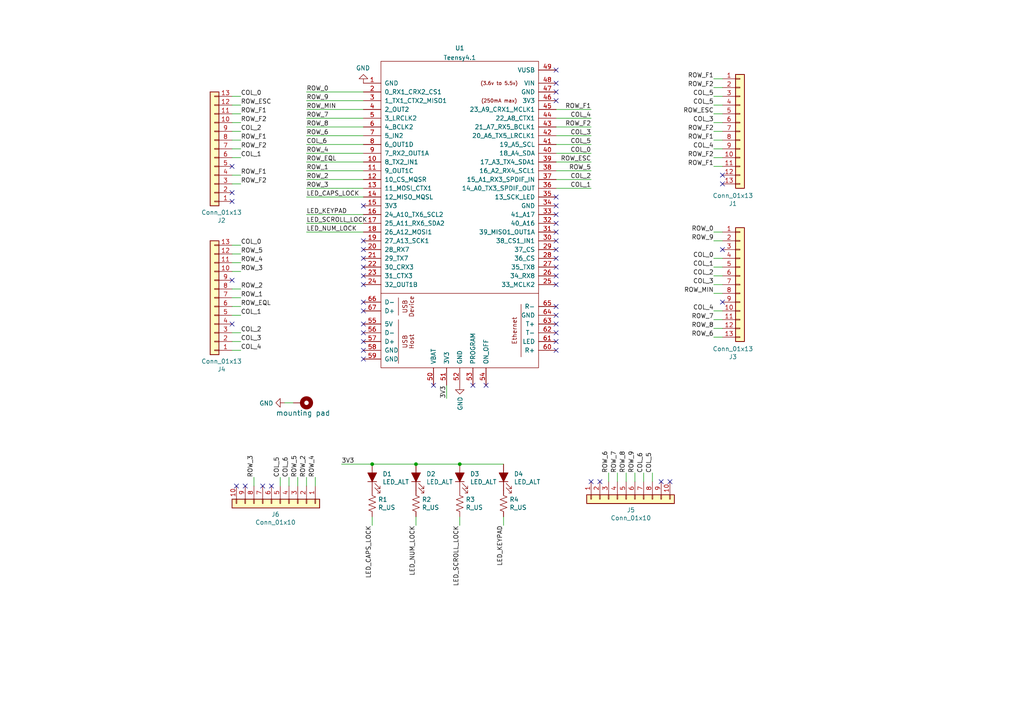
<source format=kicad_sch>
(kicad_sch (version 20211123) (generator eeschema)
  (paper "A4")
  (lib_symbols
    (symbol "Mechanical:MountingHole_Pad" (pin_numbers hide) (pin_names (offset 1.016) hide)
      (property "Reference" "H" (at 0 6.35 0))
      (property "Value" "MountingHole_Pad" (at 0 4.445 0))
      (symbol "MountingHole_Pad_0_1"
        (circle (center 0 1.27) (radius 1.27) (stroke (width 1.27)))
      )
      (symbol "MountingHole_Pad_1_1"
        (pin input line (at 0 -2.54 90) (length 2.54) (name "1") (number "1"))
      )
    )
    (symbol "kicad_port-rescue:Conn_01x10-Connector_Generic" (pin_names (offset 1.016) hide)
      (property "Reference" "J" (at 0 12.7 0))
      (property "Value" "kicad_port-rescue_Conn_01x10-Connector_Generic" (at 0 -15.24 0))
      (symbol "Conn_01x10-Connector_Generic_1_1"
        (rectangle (start -1.27 -12.573) (end 0 -12.827) (stroke (width 0.1524)))
        (rectangle (start -1.27 -10.033) (end 0 -10.287) (stroke (width 0.1524)))
        (rectangle (start -1.27 -7.493) (end 0 -7.747) (stroke (width 0.1524)))
        (rectangle (start -1.27 -4.953) (end 0 -5.207) (stroke (width 0.1524)))
        (rectangle (start -1.27 -2.413) (end 0 -2.667) (stroke (width 0.1524)))
        (rectangle (start -1.27 0.127) (end 0 -0.127) (stroke (width 0.1524)))
        (rectangle (start -1.27 2.667) (end 0 2.413) (stroke (width 0.1524)))
        (rectangle (start -1.27 5.207) (end 0 4.953) (stroke (width 0.1524)))
        (rectangle (start -1.27 7.747) (end 0 7.493) (stroke (width 0.1524)))
        (rectangle (start -1.27 10.287) (end 0 10.033) (stroke (width 0.1524)))
        (rectangle (start -1.27 11.43) (end 1.27 -13.97) (stroke (width 0.254)) (fill (type background)))
        (pin passive line (at -5.08 10.16 0) (length 3.81) (name "Pin_1") (number "1"))
        (pin passive line (at -5.08 -12.7 0) (length 3.81) (name "Pin_10") (number "10"))
        (pin passive line (at -5.08 7.62 0) (length 3.81) (name "Pin_2") (number "2"))
        (pin passive line (at -5.08 5.08 0) (length 3.81) (name "Pin_3") (number "3"))
        (pin passive line (at -5.08 2.54 0) (length 3.81) (name "Pin_4") (number "4"))
        (pin passive line (at -5.08 0 0) (length 3.81) (name "Pin_5") (number "5"))
        (pin passive line (at -5.08 -2.54 0) (length 3.81) (name "Pin_6") (number "6"))
        (pin passive line (at -5.08 -5.08 0) (length 3.81) (name "Pin_7") (number "7"))
        (pin passive line (at -5.08 -7.62 0) (length 3.81) (name "Pin_8") (number "8"))
        (pin passive line (at -5.08 -10.16 0) (length 3.81) (name "Pin_9") (number "9"))
      )
    )
    (symbol "kicad_port-rescue:Conn_01x13-Connector_Generic" (pin_names (offset 1.016) hide)
      (property "Reference" "J" (at 0 17.78 0))
      (property "Value" "kicad_port-rescue_Conn_01x13-Connector_Generic" (at 0 -17.78 0))
      (symbol "Conn_01x13-Connector_Generic_1_1"
        (rectangle (start -1.27 -15.113) (end 0 -15.367) (stroke (width 0.1524)))
        (rectangle (start -1.27 -12.573) (end 0 -12.827) (stroke (width 0.1524)))
        (rectangle (start -1.27 -10.033) (end 0 -10.287) (stroke (width 0.1524)))
        (rectangle (start -1.27 -7.493) (end 0 -7.747) (stroke (width 0.1524)))
        (rectangle (start -1.27 -4.953) (end 0 -5.207) (stroke (width 0.1524)))
        (rectangle (start -1.27 -2.413) (end 0 -2.667) (stroke (width 0.1524)))
        (rectangle (start -1.27 0.127) (end 0 -0.127) (stroke (width 0.1524)))
        (rectangle (start -1.27 2.667) (end 0 2.413) (stroke (width 0.1524)))
        (rectangle (start -1.27 5.207) (end 0 4.953) (stroke (width 0.1524)))
        (rectangle (start -1.27 7.747) (end 0 7.493) (stroke (width 0.1524)))
        (rectangle (start -1.27 10.287) (end 0 10.033) (stroke (width 0.1524)))
        (rectangle (start -1.27 12.827) (end 0 12.573) (stroke (width 0.1524)))
        (rectangle (start -1.27 15.367) (end 0 15.113) (stroke (width 0.1524)))
        (rectangle (start -1.27 16.51) (end 1.27 -16.51) (stroke (width 0.254)) (fill (type background)))
        (pin passive line (at -5.08 15.24 0) (length 3.81) (name "Pin_1") (number "1"))
        (pin passive line (at -5.08 -7.62 0) (length 3.81) (name "Pin_10") (number "10"))
        (pin passive line (at -5.08 -10.16 0) (length 3.81) (name "Pin_11") (number "11"))
        (pin passive line (at -5.08 -12.7 0) (length 3.81) (name "Pin_12") (number "12"))
        (pin passive line (at -5.08 -15.24 0) (length 3.81) (name "Pin_13") (number "13"))
        (pin passive line (at -5.08 12.7 0) (length 3.81) (name "Pin_2") (number "2"))
        (pin passive line (at -5.08 10.16 0) (length 3.81) (name "Pin_3") (number "3"))
        (pin passive line (at -5.08 7.62 0) (length 3.81) (name "Pin_4") (number "4"))
        (pin passive line (at -5.08 5.08 0) (length 3.81) (name "Pin_5") (number "5"))
        (pin passive line (at -5.08 2.54 0) (length 3.81) (name "Pin_6") (number "6"))
        (pin passive line (at -5.08 0 0) (length 3.81) (name "Pin_7") (number "7"))
        (pin passive line (at -5.08 -2.54 0) (length 3.81) (name "Pin_8") (number "8"))
        (pin passive line (at -5.08 -5.08 0) (length 3.81) (name "Pin_9") (number "9"))
      )
    )
    (symbol "kicad_port-rescue:GND-power" (power) (pin_names (offset 0))
      (property "Value" "kicad_port-rescue_GND-power" (at 0 -3.81 0))
      (symbol "GND-power_0_1"
        (polyline (pts (xy 0 0) (xy 0 -1.27) (xy 1.27 -1.27) (xy 0 -2.54) (xy -1.27 -1.27) (xy 0 -1.27)))
      )
      (symbol "GND-power_1_1"
        (pin power_in line (at 0 0 270) (length 0) hide (name "GND") (number "1"))
      )
    )
    (symbol "kicad_port-rescue:LED_ALT-Device" (pin_numbers hide) (pin_names (offset 1.016) hide)
      (property "Reference" "D" (at 0 2.54 0))
      (property "Value" "kicad_port-rescue_LED_ALT-Device" (at 0 -2.54 0))
      (symbol "LED_ALT-Device_0_1"
        (polyline (pts (xy -1.27 -1.27) (xy -1.27 1.27)) (stroke (width 0.2032)))
        (polyline (pts (xy -1.27 0) (xy 1.27 0)))
        (polyline (pts (xy 1.27 -1.27) (xy 1.27 1.27) (xy -1.27 0) (xy 1.27 -1.27)) (stroke (width 0.2032)) (fill (type outline)))
        (polyline (pts (xy -3.048 -0.762) (xy -4.572 -2.286) (xy -3.81 -2.286) (xy -4.572 -2.286) (xy -4.572 -1.524)))
        (polyline (pts (xy -1.778 -0.762) (xy -3.302 -2.286) (xy -2.54 -2.286) (xy -3.302 -2.286) (xy -3.302 -1.524)))
      )
      (symbol "LED_ALT-Device_1_1"
        (pin passive line (at -3.81 0 0) (length 2.54) (name "K") (number "1"))
        (pin passive line (at 3.81 0 180) (length 2.54) (name "A") (number "2"))
      )
    )
    (symbol "kicad_port-rescue:R_US-Device" (pin_numbers hide) (pin_names (offset 0))
      (property "Reference" "R" (at 2.54 0 90))
      (property "Value" "kicad_port-rescue_R_US-Device" (at -2.54 0 90))
      (symbol "R_US-Device_0_1"
        (polyline (pts (xy 0 -2.286) (xy 0 -2.54)))
        (polyline (pts (xy 0 2.286) (xy 0 2.54)))
        (polyline (pts (xy 0 -0.762) (xy 1.016 -1.143) (xy 0 -1.524) (xy -1.016 -1.905) (xy 0 -2.286)))
        (polyline (pts (xy 0 0.762) (xy 1.016 0.381) (xy 0 0) (xy -1.016 -0.381) (xy 0 -0.762)))
        (polyline (pts (xy 0 2.286) (xy 1.016 1.905) (xy 0 1.524) (xy -1.016 1.143) (xy 0 0.762)))
      )
      (symbol "R_US-Device_1_1"
        (pin passive line (at 0 3.81 270) (length 1.27) (name "~") (number "1"))
        (pin passive line (at 0 -3.81 90) (length 1.27) (name "~") (number "2"))
      )
    )
    (symbol "power:GND" (power) (pin_names (offset 0))
      (property "Value" "GND" (at 0 -3.81 0))
      (symbol "GND_0_1"
        (polyline (pts (xy 0 0) (xy 0 -1.27) (xy 1.27 -1.27) (xy 0 -2.54) (xy -1.27 -1.27) (xy 0 -1.27)))
      )
      (symbol "GND_1_1"
        (pin power_in line (at 0 0 270) (length 0) hide (name "GND") (number "1"))
      )
    )
    (symbol "teensy:Teensy4.1" (pin_names (offset 1.016))
      (property "Reference" "U" (at 0 64.77 0))
      (property "Value" "Teensy4.1" (at 0 62.23 0))
      (symbol "Teensy4.1_0_0"
        (polyline (pts (xy -22.86 -6.35) (xy 22.86 -6.35)))
        (polyline (pts (xy -17.78 -26.67) (xy -17.78 -13.97)))
        (polyline (pts (xy -17.78 -7.62) (xy -17.78 -12.7)))
        (polyline (pts (xy 17.78 -9.525) (xy 17.78 -24.765)))
        (text "(250mA max)" (at 11.43 49.53 0) (effects (font (size 1.016 1.016))))
        (text "(3.6v to 5.5v)" (at 11.43 54.61 0) (effects (font (size 1.016 1.016))))
        (text "Device" (at -13.97 -10.16 900) (effects (font (size 1.27 1.27))))
        (text "Ethernet" (at 15.875 -17.145 900) (effects (font (size 1.27 1.27))))
        (text "Host" (at -13.97 -20.32 900) (effects (font (size 1.27 1.27))))
        (text "USB" (at -15.875 -20.32 900) (effects (font (size 1.27 1.27))))
        (text "USB" (at -15.875 -10.16 900) (effects (font (size 1.27 1.27))))
        (pin bidirectional line (at -27.94 31.75 0) (length 5.08) (name "8_TX2_IN1") (number "10"))
        (pin bidirectional line (at -27.94 29.21 0) (length 5.08) (name "9_OUT1C") (number "11"))
        (pin bidirectional line (at -27.94 26.67 0) (length 5.08) (name "10_CS_MQSR") (number "12"))
        (pin bidirectional line (at -27.94 24.13 0) (length 5.08) (name "11_MOSI_CTX1") (number "13"))
        (pin bidirectional line (at -27.94 21.59 0) (length 5.08) (name "12_MISO_MQSL") (number "14"))
        (pin power_in line (at -27.94 19.05 0) (length 5.08) (name "3V3") (number "15"))
        (pin bidirectional line (at -27.94 16.51 0) (length 5.08) (name "24_A10_TX6_SCL2") (number "16"))
        (pin bidirectional line (at -27.94 13.97 0) (length 5.08) (name "25_A11_RX6_SDA2") (number "17"))
        (pin bidirectional line (at -27.94 11.43 0) (length 5.08) (name "26_A12_MOSI1") (number "18"))
        (pin bidirectional line (at -27.94 8.89 0) (length 5.08) (name "27_A13_SCK1") (number "19"))
        (pin bidirectional line (at -27.94 6.35 0) (length 5.08) (name "28_RX7") (number "20"))
        (pin bidirectional line (at -27.94 3.81 0) (length 5.08) (name "29_TX7") (number "21"))
        (pin bidirectional line (at -27.94 1.27 0) (length 5.08) (name "30_CRX3") (number "22"))
        (pin bidirectional line (at -27.94 -1.27 0) (length 5.08) (name "31_CTX3") (number "23"))
        (pin bidirectional line (at -27.94 -3.81 0) (length 5.08) (name "32_OUT1B") (number "24"))
        (pin bidirectional line (at 27.94 -3.81 180) (length 5.08) (name "33_MCLK2") (number "25"))
        (pin bidirectional line (at 27.94 -1.27 180) (length 5.08) (name "34_RX8") (number "26"))
        (pin bidirectional line (at 27.94 1.27 180) (length 5.08) (name "35_TX8") (number "27"))
        (pin bidirectional line (at 27.94 3.81 180) (length 5.08) (name "36_CS") (number "28"))
        (pin bidirectional line (at 27.94 6.35 180) (length 5.08) (name "37_CS") (number "29"))
        (pin bidirectional line (at 27.94 8.89 180) (length 5.08) (name "38_CS1_IN1") (number "30"))
        (pin bidirectional line (at 27.94 11.43 180) (length 5.08) (name "39_MISO1_OUT1A") (number "31"))
        (pin bidirectional line (at 27.94 13.97 180) (length 5.08) (name "40_A16") (number "32"))
        (pin bidirectional line (at 27.94 16.51 180) (length 5.08) (name "41_A17") (number "33"))
        (pin bidirectional line (at 27.94 21.59 180) (length 5.08) (name "13_SCK_LED") (number "35"))
        (pin bidirectional line (at 27.94 24.13 180) (length 5.08) (name "14_A0_TX3_SPDIF_OUT") (number "36"))
        (pin bidirectional line (at 27.94 26.67 180) (length 5.08) (name "15_A1_RX3_SPDIF_IN") (number "37"))
        (pin bidirectional line (at 27.94 29.21 180) (length 5.08) (name "16_A2_RX4_SCL1") (number "38"))
        (pin bidirectional line (at 27.94 31.75 180) (length 5.08) (name "17_A3_TX4_SDA1") (number "39"))
        (pin bidirectional line (at 27.94 34.29 180) (length 5.08) (name "18_A4_SDA") (number "40"))
        (pin bidirectional line (at 27.94 36.83 180) (length 5.08) (name "19_A5_SCL") (number "41"))
        (pin bidirectional line (at 27.94 39.37 180) (length 5.08) (name "20_A6_TX5_LRCLK1") (number "42"))
        (pin bidirectional line (at 27.94 41.91 180) (length 5.08) (name "21_A7_RX5_BCLK1") (number "43"))
        (pin bidirectional line (at 27.94 44.45 180) (length 5.08) (name "22_A8_CTX1") (number "44"))
        (pin bidirectional line (at 27.94 46.99 180) (length 5.08) (name "23_A9_CRX1_MCLK1") (number "45"))
        (pin output line (at 27.94 49.53 180) (length 5.08) (name "3V3") (number "46"))
        (pin output line (at 27.94 52.07 180) (length 5.08) (name "GND") (number "47"))
        (pin power_in line (at 27.94 54.61 180) (length 5.08) (name "VIN") (number "48"))
        (pin power_out line (at 27.94 58.42 180) (length 5.08) (name "VUSB") (number "49"))
        (pin bidirectional line (at -27.94 44.45 0) (length 5.08) (name "3_LRCLK2") (number "5"))
        (pin power_in line (at -7.62 -33.02 90) (length 5.08) (name "VBAT") (number "50"))
        (pin power_in line (at -3.81 -33.02 90) (length 5.08) (name "3V3") (number "51"))
        (pin input line (at 0 -33.02 90) (length 5.08) (name "GND") (number "52"))
        (pin input line (at 3.81 -33.02 90) (length 5.08) (name "PROGRAM") (number "53"))
        (pin input line (at 7.62 -33.02 90) (length 5.08) (name "ON_OFF") (number "54"))
        (pin power_out line (at -27.94 -15.24 0) (length 5.08) (name "5V") (number "55"))
        (pin bidirectional line (at -27.94 -17.78 0) (length 5.08) (name "D-") (number "56"))
        (pin bidirectional line (at -27.94 -20.32 0) (length 5.08) (name "D+") (number "57"))
        (pin power_in line (at -27.94 -22.86 0) (length 5.08) (name "GND") (number "58"))
        (pin power_in line (at -27.94 -25.4 0) (length 5.08) (name "GND") (number "59"))
        (pin bidirectional line (at -27.94 41.91 0) (length 5.08) (name "4_BCLK2") (number "6"))
        (pin bidirectional line (at 27.94 -22.86 180) (length 5.08) (name "R+") (number "60"))
        (pin bidirectional line (at 27.94 -20.32 180) (length 5.08) (name "LED") (number "61"))
        (pin bidirectional line (at 27.94 -17.78 180) (length 5.08) (name "T-") (number "62"))
        (pin bidirectional line (at 27.94 -15.24 180) (length 5.08) (name "T+") (number "63"))
        (pin power_in line (at 27.94 -12.7 180) (length 5.08) (name "GND") (number "64"))
        (pin bidirectional line (at 27.94 -10.16 180) (length 5.08) (name "R-") (number "65"))
        (pin bidirectional line (at -27.94 -8.89 0) (length 5.08) (name "D-") (number "66"))
        (pin bidirectional line (at -27.94 -11.43 0) (length 5.08) (name "D+") (number "67"))
        (pin bidirectional line (at -27.94 39.37 0) (length 5.08) (name "5_IN2") (number "7"))
        (pin bidirectional line (at -27.94 36.83 0) (length 5.08) (name "6_OUT1D") (number "8"))
        (pin bidirectional line (at -27.94 34.29 0) (length 5.08) (name "7_RX2_OUT1A") (number "9"))
      )
      (symbol "Teensy4.1_0_1"
        (rectangle (start -22.86 60.96) (end 22.86 -27.94))
        (rectangle (start -20.32 -1.27) (end -20.32 -1.27))
      )
      (symbol "Teensy4.1_1_1"
        (pin power_in line (at -27.94 54.61 0) (length 5.08) (name "GND") (number "1"))
        (pin bidirectional line (at -27.94 52.07 0) (length 5.08) (name "0_RX1_CRX2_CS1") (number "2"))
        (pin bidirectional line (at -27.94 49.53 0) (length 5.08) (name "1_TX1_CTX2_MISO1") (number "3"))
        (pin power_in line (at 27.94 19.05 180) (length 5.08) (name "GND") (number "34"))
        (pin bidirectional line (at -27.94 46.99 0) (length 5.08) (name "2_OUT2") (number "4"))
      )
    )
  )
  (junction (at 133.35 134.62))
  (junction (at 120.65 134.62))
  (junction (at 107.95 134.62))
  (no_connect (at 78.74 140.97))
  (no_connect (at 67.31 58.42))
  (no_connect (at 67.31 81.28))
  (no_connect (at 67.31 55.88))
  (no_connect (at 209.55 87.63))
  (no_connect (at 76.2 140.97))
  (no_connect (at 209.55 53.34))
  (no_connect (at 209.55 50.8))
  (no_connect (at 67.31 48.26))
  (no_connect (at 105.41 59.69))
  (no_connect (at 105.41 69.85))
  (no_connect (at 105.41 72.39))
  (no_connect (at 105.41 74.93))
  (no_connect (at 105.41 77.47))
  (no_connect (at 125.73 111.76))
  (no_connect (at 137.16 111.76))
  (no_connect (at 105.41 80.01))
  (no_connect (at 105.41 82.55))
  (no_connect (at 105.41 87.63))
  (no_connect (at 105.41 90.17))
  (no_connect (at 105.41 93.98))
  (no_connect (at 105.41 96.52))
  (no_connect (at 105.41 99.06))
  (no_connect (at 105.41 101.6))
  (no_connect (at 105.41 104.14))
  (no_connect (at 161.29 101.6))
  (no_connect (at 161.29 99.06))
  (no_connect (at 161.29 96.52))
  (no_connect (at 161.29 93.98))
  (no_connect (at 161.29 91.44))
  (no_connect (at 161.29 88.9))
  (no_connect (at 161.29 82.55))
  (no_connect (at 161.29 80.01))
  (no_connect (at 161.29 77.47))
  (no_connect (at 140.97 111.76))
  (no_connect (at 171.45 139.7))
  (no_connect (at 68.58 140.97))
  (no_connect (at 67.31 93.98))
  (no_connect (at 191.77 139.7))
  (no_connect (at 71.12 140.97))
  (no_connect (at 194.31 139.7))
  (no_connect (at 209.55 72.39))
  (no_connect (at 173.99 139.7))
  (no_connect (at 161.29 20.32))
  (no_connect (at 161.29 57.15))
  (no_connect (at 161.29 24.13))
  (no_connect (at 161.29 26.67))
  (no_connect (at 161.29 29.21))
  (no_connect (at 161.29 74.93))
  (no_connect (at 161.29 72.39))
  (no_connect (at 161.29 69.85))
  (no_connect (at 161.29 67.31))
  (no_connect (at 161.29 64.77))
  (no_connect (at 161.29 62.23))
  (no_connect (at 161.29 59.69))
  (wire (pts (xy 161.29 31.75) (xy 171.45 31.75)))
  (wire (pts (xy 67.31 96.52) (xy 69.85 96.52)))
  (wire (pts (xy 88.9 44.45) (xy 105.41 44.45)))
  (wire (pts (xy 207.01 43.18) (xy 209.55 43.18)))
  (wire (pts (xy 67.31 99.06) (xy 69.85 99.06)))
  (wire (pts (xy 67.31 91.44) (xy 69.85 91.44)))
  (wire (pts (xy 107.95 134.62) (xy 120.65 134.62)))
  (wire (pts (xy 88.9 140.97) (xy 88.9 138.43)))
  (wire (pts (xy 161.29 54.61) (xy 171.45 54.61)))
  (wire (pts (xy 161.29 34.29) (xy 171.45 34.29)))
  (wire (pts (xy 67.31 45.72) (xy 69.85 45.72)))
  (wire (pts (xy 161.29 49.53) (xy 171.45 49.53)))
  (wire (pts (xy 207.01 85.09) (xy 209.55 85.09)))
  (wire (pts (xy 207.01 45.72) (xy 209.55 45.72)))
  (wire (pts (xy 73.66 140.97) (xy 73.66 138.43)))
  (wire (pts (xy 133.35 134.62) (xy 146.05 134.62)))
  (wire (pts (xy 207.01 97.79) (xy 209.55 97.79)))
  (wire (pts (xy 133.35 152.4) (xy 133.35 149.86)))
  (wire (pts (xy 161.29 39.37) (xy 171.45 39.37)))
  (wire (pts (xy 161.29 44.45) (xy 171.45 44.45)))
  (wire (pts (xy 67.31 50.8) (xy 69.85 50.8)))
  (wire (pts (xy 207.01 92.71) (xy 209.55 92.71)))
  (wire (pts (xy 83.82 140.97) (xy 83.82 138.43)))
  (wire (pts (xy 120.65 134.62) (xy 133.35 134.62)))
  (wire (pts (xy 67.31 40.64) (xy 69.85 40.64)))
  (wire (pts (xy 161.29 41.91) (xy 171.45 41.91)))
  (wire (pts (xy 67.31 38.1) (xy 69.85 38.1)))
  (wire (pts (xy 67.31 43.18) (xy 69.85 43.18)))
  (wire (pts (xy 207.01 82.55) (xy 209.55 82.55)))
  (wire (pts (xy 186.69 139.7) (xy 186.69 137.16)))
  (wire (pts (xy 81.28 140.97) (xy 81.28 138.43)))
  (wire (pts (xy 207.01 69.85) (xy 209.55 69.85)))
  (wire (pts (xy 161.29 46.99) (xy 171.45 46.99)))
  (wire (pts (xy 181.61 139.7) (xy 181.61 137.16)))
  (wire (pts (xy 207.01 74.93) (xy 209.55 74.93)))
  (wire (pts (xy 67.31 33.02) (xy 69.85 33.02)))
  (wire (pts (xy 67.31 83.82) (xy 69.85 83.82)))
  (wire (pts (xy 88.9 57.15) (xy 105.41 57.15)))
  (wire (pts (xy 146.05 152.4) (xy 146.05 149.86)))
  (wire (pts (xy 67.31 78.74) (xy 69.85 78.74)))
  (wire (pts (xy 161.29 36.83) (xy 171.45 36.83)))
  (wire (pts (xy 88.9 67.31) (xy 105.41 67.31)))
  (wire (pts (xy 105.41 26.67) (xy 88.9 26.67)))
  (wire (pts (xy 88.9 62.23) (xy 105.41 62.23)))
  (wire (pts (xy 207.01 67.31) (xy 209.55 67.31)))
  (wire (pts (xy 67.31 53.34) (xy 69.85 53.34)))
  (wire (pts (xy 88.9 49.53) (xy 105.41 49.53)))
  (wire (pts (xy 207.01 90.17) (xy 209.55 90.17)))
  (wire (pts (xy 207.01 95.25) (xy 209.55 95.25)))
  (wire (pts (xy 207.01 40.64) (xy 209.55 40.64)))
  (wire (pts (xy 161.29 52.07) (xy 171.45 52.07)))
  (wire (pts (xy 207.01 48.26) (xy 209.55 48.26)))
  (wire (pts (xy 88.9 54.61) (xy 105.41 54.61)))
  (wire (pts (xy 67.31 35.56) (xy 69.85 35.56)))
  (wire (pts (xy 86.36 140.97) (xy 86.36 138.43)))
  (wire (pts (xy 129.54 115.57) (xy 129.54 111.76)))
  (wire (pts (xy 67.31 86.36) (xy 69.85 86.36)))
  (wire (pts (xy 207.01 27.94) (xy 209.55 27.94)))
  (wire (pts (xy 88.9 29.21) (xy 105.41 29.21)))
  (wire (pts (xy 88.9 36.83) (xy 105.41 36.83)))
  (wire (pts (xy 176.53 139.7) (xy 176.53 137.16)))
  (wire (pts (xy 67.31 88.9) (xy 69.85 88.9)))
  (wire (pts (xy 207.01 30.48) (xy 209.55 30.48)))
  (wire (pts (xy 88.9 31.75) (xy 105.41 31.75)))
  (wire (pts (xy 207.01 25.4) (xy 209.55 25.4)))
  (wire (pts (xy 99.06 134.62) (xy 107.95 134.62)))
  (wire (pts (xy 107.95 152.4) (xy 107.95 149.86)))
  (wire (pts (xy 91.44 140.97) (xy 91.44 138.43)))
  (wire (pts (xy 207.01 38.1) (xy 209.55 38.1)))
  (wire (pts (xy 88.9 41.91) (xy 105.41 41.91)))
  (wire (pts (xy 67.31 27.94) (xy 69.85 27.94)))
  (wire (pts (xy 67.31 101.6) (xy 69.85 101.6)))
  (wire (pts (xy 189.23 139.7) (xy 189.23 137.16)))
  (wire (pts (xy 88.9 34.29) (xy 105.41 34.29)))
  (wire (pts (xy 67.31 73.66) (xy 69.85 73.66)))
  (wire (pts (xy 88.9 64.77) (xy 105.41 64.77)))
  (wire (pts (xy 67.31 71.12) (xy 69.85 71.12)))
  (wire (pts (xy 207.01 77.47) (xy 209.55 77.47)))
  (wire (pts (xy 179.07 139.7) (xy 179.07 137.16)))
  (wire (pts (xy 207.01 33.02) (xy 209.55 33.02)))
  (wire (pts (xy 184.15 139.7) (xy 184.15 137.16)))
  (wire (pts (xy 88.9 39.37) (xy 105.41 39.37)))
  (wire (pts (xy 207.01 80.01) (xy 209.55 80.01)))
  (wire (pts (xy 67.31 76.2) (xy 69.85 76.2)))
  (wire (pts (xy 67.31 30.48) (xy 69.85 30.48)))
  (wire (pts (xy 88.9 46.99) (xy 105.41 46.99)))
  (wire (pts (xy 207.01 22.86) (xy 209.55 22.86)))
  (wire (pts (xy 120.65 152.4) (xy 120.65 149.86)))
  (wire (pts (xy 88.9 52.07) (xy 105.41 52.07)))
  (wire (pts (xy 207.01 35.56) (xy 209.55 35.56)))
  (wire (pts (xy 82.55 116.84) (xy 85.09 116.84)))
  (label "COL_2" (at 69.85 38.1 0))
  (label "LED_SCROLL_LOCK" (at 88.9 64.77 0))
  (label "ROW_5" (at 69.85 73.66 0))
  (label "ROW_ESC" (at 69.85 30.48 0))
  (label "COL_4" (at 69.85 101.6 0))
  (label "ROW_F2" (at 69.85 53.34 0))
  (label "COL_3" (at 171.45 39.37 180))
  (label "LED_NUM_LOCK" (at 120.65 152.4 270))
  (label "ROW_F2" (at 69.85 35.56 0))
  (label "COL_6" (at 83.82 138.43 90))
  (label "COL_2" (at 207.01 80.01 180))
  (label "ROW_9" (at 207.01 69.85 180))
  (label "COL_1" (at 207.01 77.47 180))
  (label "COL_3" (at 207.01 35.56 180))
  (label "COL_4" (at 171.45 34.29 180))
  (label "ROW_9" (at 88.9 29.21 0))
  (label "ROW_F1" (at 207.01 22.86 180))
  (label "ROW_F1" (at 69.85 50.8 0))
  (label "ROW_F1" (at 69.85 40.64 0))
  (label "ROW_2" (at 88.9 138.43 90))
  (label "ROW_1" (at 88.9 49.53 0))
  (label "COL_5" (at 207.01 30.48 180))
  (label "ROW_6" (at 207.01 97.79 180))
  (label "COL_0" (at 171.45 44.45 180))
  (label "COL_3" (at 207.01 82.55 180))
  (label "3V3" (at 99.06 134.62 0))
  (label "ROW_8" (at 207.01 95.25 180))
  (label "ROW_F1" (at 171.45 31.75 180))
  (label "ROW_6" (at 176.53 137.16 90))
  (label "COL_6" (at 186.69 137.16 90))
  (label "ROW_EQL" (at 88.9 46.99 0))
  (label "COL_6" (at 88.9 41.91 0))
  (label "ROW_7" (at 207.01 92.71 180))
  (label "LED_KEYPAD" (at 88.9 62.23 0))
  (label "COL_5" (at 189.23 137.16 90))
  (label "ROW_5" (at 171.45 49.53 180))
  (label "ROW_F1" (at 69.85 33.02 0))
  (label "ROW_MIN" (at 88.9 31.75 0))
  (label "COL_1" (at 171.45 54.61 180))
  (label "ROW_2" (at 69.85 83.82 0))
  (label "ROW_0" (at 88.9 26.67 0))
  (label "ROW_F2" (at 207.01 38.1 180))
  (label "COL_3" (at 69.85 99.06 0))
  (label "ROW_7" (at 88.9 34.29 0))
  (label "ROW_F1" (at 207.01 40.64 180))
  (label "ROW_EQL" (at 69.85 88.9 0))
  (label "LED_NUM_LOCK" (at 88.9 67.31 0))
  (label "ROW_3" (at 88.9 54.61 0))
  (label "LED_CAPS_LOCK" (at 88.9 57.15 0))
  (label "ROW_ESC" (at 171.45 46.99 180))
  (label "ROW_9" (at 184.15 137.16 90))
  (label "ROW_2" (at 88.9 52.07 0))
  (label "ROW_0" (at 207.01 67.31 180))
  (label "LED_CAPS_LOCK" (at 107.95 152.4 270))
  (label "ROW_6" (at 88.9 39.37 0))
  (label "ROW_F1" (at 207.01 48.26 180))
  (label "ROW_MIN" (at 207.01 85.09 180))
  (label "COL_5" (at 171.45 41.91 180))
  (label "ROW_8" (at 181.61 137.16 90))
  (label "ROW_F2" (at 171.45 36.83 180))
  (label "ROW_ESC" (at 207.01 33.02 180))
  (label "LED_KEYPAD" (at 146.05 152.4 270))
  (label "ROW_3" (at 73.66 138.43 90))
  (label "LED_SCROLL_LOCK" (at 133.35 152.4 270))
  (label "COL_4" (at 207.01 43.18 180))
  (label "COL_1" (at 69.85 91.44 0))
  (label "ROW_F2" (at 207.01 25.4 180))
  (label "COL_5" (at 207.01 27.94 180))
  (label "ROW_F2" (at 207.01 45.72 180))
  (label "ROW_1" (at 69.85 86.36 0))
  (label "ROW_8" (at 88.9 36.83 0))
  (label "COL_1" (at 69.85 45.72 0))
  (label "ROW_3" (at 69.85 78.74 0))
  (label "COL_0" (at 69.85 27.94 0))
  (label "ROW_4" (at 69.85 76.2 0))
  (label "3V3" (at 129.54 115.57 90))
  (label "ROW_4" (at 88.9 44.45 0))
  (label "COL_4" (at 207.01 90.17 180))
  (label "COL_2" (at 171.45 52.07 180))
  (label "ROW_F2" (at 69.85 43.18 0))
  (label "COL_5" (at 81.28 138.43 90))
  (label "COL_2" (at 69.85 96.52 0))
  (label "COL_0" (at 69.85 71.12 0))
  (label "ROW_5" (at 86.36 138.43 90))
  (label "COL_0" (at 207.01 74.93 180))
  (label "ROW_7" (at 179.07 137.16 90))
  (label "ROW_4" (at 91.44 138.43 90))
  (symbol (lib_id "kicad_port-rescue:Conn_01x13-Connector_Generic") (at 62.23 86.36 180) (unit 1)
    (property "Reference" "J4" (at 64.262 107.1118 0))
    (property "Value" "Conn_01x13" (at 64.262 104.8004 0))
    (property "Footprint" "kinesisMod_board_connectors:Molex_039532134" (effects hide))
  )
  (symbol (lib_id "kicad_port-rescue:Conn_01x13-Connector_Generic") (at 214.63 82.55 0) (unit 1)
    (property "Reference" "J3" (at 212.5726 103.505 0))
    (property "Value" "Conn_01x13" (at 212.5726 101.1936 0))
    (property "Footprint" "kinesisMod_board_connectors:Molex_039532134" (effects hide))
  )
  (symbol (lib_id "kicad_port-rescue:Conn_01x10-Connector_Generic") (at 81.28 146.05 270) (unit 1)
    (property "Reference" "J6" (at 79.9084 149.1996 90))
    (property "Value" "Conn_01x10" (at 79.9084 151.511 90))
    (property "Footprint" "Pin_Headers:Pin_Header_Straight_1x10_Pitch2.54mm" (effects hide))
  )
  (symbol (lib_id "kicad_port-rescue:Conn_01x10-Connector_Generic") (at 181.61 144.78 90) (mirror x) (unit 1)
    (property "Reference" "J5" (at 182.9816 147.9296 90))
    (property "Value" "Conn_01x10" (at 182.9816 150.241 90))
    (property "Footprint" "Pin_Headers:Pin_Header_Straight_1x10_Pitch2.54mm" (effects hide))
  )
  (symbol (lib_id "kicad_port-rescue:Conn_01x13-Connector_Generic") (at 62.23 43.18 180) (unit 1)
    (property "Reference" "J2" (at 64.262 63.9318 0))
    (property "Value" "Conn_01x13" (at 64.262 61.6204 0))
    (property "Footprint" "kinesisMod_board_connectors:Molex_0039532135" (effects hide))
  )
  (symbol (lib_id "kicad_port-rescue:Conn_01x13-Connector_Generic") (at 214.63 38.1 0) (unit 1)
    (property "Reference" "J1" (at 212.5726 59.055 0))
    (property "Value" "Conn_01x13" (at 212.5726 56.7436 0))
    (property "Footprint" "kinesisMod_board_connectors:Molex_0039532135" (effects hide))
  )
  (symbol (lib_id "kicad_port-rescue:LED_ALT-Device") (at 107.95 138.43 90) (unit 1)
    (property "Reference" "D1" (at 110.9472 137.4648 90) (effects (justify right)))
    (property "Value" "LED_ALT" (at 110.9472 139.7762 90) (effects (justify right)))
    (property "Footprint" "LED_THT:LED_D3.0mm" (effects hide))
  )
  (symbol (lib_id "kicad_port-rescue:LED_ALT-Device") (at 120.65 138.43 90) (unit 1)
    (property "Reference" "D2" (at 123.6472 137.4648 90) (effects (justify right)))
    (property "Value" "LED_ALT" (at 123.6472 139.7762 90) (effects (justify right)))
    (property "Footprint" "LED_THT:LED_D3.0mm" (effects hide))
  )
  (symbol (lib_id "kicad_port-rescue:LED_ALT-Device") (at 133.35 138.43 90) (unit 1)
    (property "Reference" "D3" (at 136.3472 137.4648 90) (effects (justify right)))
    (property "Value" "LED_ALT" (at 136.3472 139.7762 90) (effects (justify right)))
    (property "Footprint" "LED_THT:LED_D3.0mm" (effects hide))
  )
  (symbol (lib_id "kicad_port-rescue:LED_ALT-Device") (at 146.05 138.43 90) (unit 1)
    (property "Reference" "D4" (at 149.0472 137.4648 90) (effects (justify right)))
    (property "Value" "LED_ALT" (at 149.0472 139.7762 90) (effects (justify right)))
    (property "Footprint" "LED_THT:LED_D3.0mm" (effects hide))
  )
  (symbol (lib_id "kicad_port-rescue:R_US-Device") (at 120.65 146.05 0) (unit 1)
    (property "Reference" "R2" (at 122.3772 144.8816 0) (effects (justify left)))
    (property "Value" "R_US" (at 122.3772 147.193 0) (effects (justify left)))
    (property "Footprint" "Resistor_THT:R_Axial_DIN0204_L3.6mm_D1.6mm_P5.08mm_Horizontal" (effects hide))
  )
  (symbol (lib_id "kicad_port-rescue:R_US-Device") (at 107.95 146.05 0) (unit 1)
    (property "Reference" "R1" (at 109.6772 144.8816 0) (effects (justify left)))
    (property "Value" "R_US" (at 109.6772 147.193 0) (effects (justify left)))
    (property "Footprint" "Resistor_THT:R_Axial_DIN0204_L3.6mm_D1.6mm_P5.08mm_Horizontal" (effects hide))
  )
  (symbol (lib_id "kicad_port-rescue:R_US-Device") (at 133.35 146.05 0) (unit 1)
    (property "Reference" "R3" (at 135.0772 144.8816 0) (effects (justify left)))
    (property "Value" "R_US" (at 135.0772 147.193 0) (effects (justify left)))
    (property "Footprint" "Resistor_THT:R_Axial_DIN0204_L3.6mm_D1.6mm_P5.08mm_Horizontal" (effects hide))
  )
  (symbol (lib_id "kicad_port-rescue:R_US-Device") (at 146.05 146.05 0) (unit 1)
    (property "Reference" "R4" (at 147.7772 144.8816 0) (effects (justify left)))
    (property "Value" "R_US" (at 147.7772 147.193 0) (effects (justify left)))
    (property "Footprint" "Resistor_THT:R_Axial_DIN0204_L3.6mm_D1.6mm_P5.08mm_Horizontal" (effects hide))
  )
  (symbol (lib_id "kicad_port-rescue:GND-power") (at 105.41 24.13 180) (unit 1)
    (property "Reference" "#PWR0106" (effects hide))
    (property "Value" "GND" (at 105.283 19.7358 0))
  )
  (symbol (lib_id "kicad_port-rescue:GND-power") (at 133.35 111.76 0) (unit 1)
    (property "Reference" "#PWR0107" (effects hide))
    (property "Value" "GND" (at 133.477 115.0112 90) (effects (justify right)))
  )
  (symbol (lib_id "Mechanical:MountingHole_Pad") (at 87.63 116.84 270) (unit 1)
    (property "Reference" "H1" (effects hide))
    (property "Value" "mounting pad" (at 80.01 120.65 90) (effects (font (size 1.4986 1.4986)) (justify left bottom)))
    (property "Footprint" "MountingHole:MountingHole_4.3mm_M4_Pad" (effects hide))
  )
  (symbol (lib_id "power:GND") (at 82.55 116.84 270) (unit 1)
    (property "Reference" "#PWR0101" (effects hide))
    (property "Value" "GND" (at 79.2988 116.967 90) (effects (justify right)))
  )
  (symbol (lib_id "teensy:Teensy4.1") (at 133.35 78.74 0) (unit 1)
    (property "Reference" "U1" (at 133.35 13.9405 0))
    (property "Value" "Teensy4.1" (at 133.35 16.7156 0))
    (property "Footprint" "teensy:Teensy41" (effects hide))
  )
)
</source>
